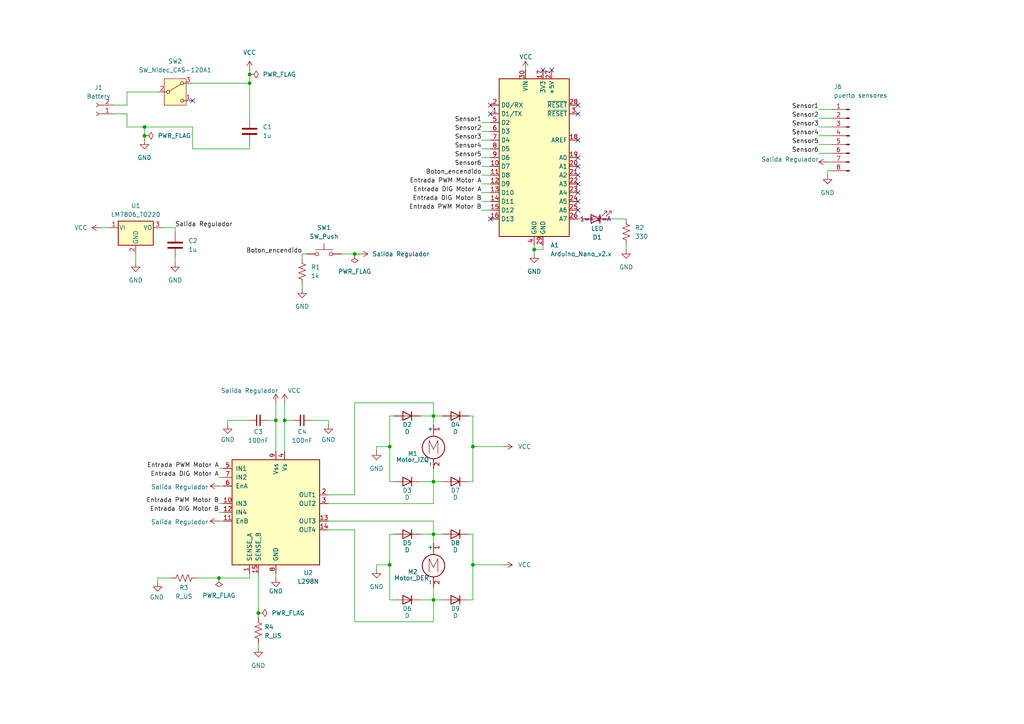
<source format=kicad_sch>
(kicad_sch (version 20250114) (generator "eeschema") (generator_version "9.0")
  (paper "A4")
  (lib_symbols
    (symbol "Connector:Conn_01x02_Socket" (pin_names (offset 1.016) (hide yes))
      (property "Reference" "J" (at 0 2.54 0))
      (property "Value" "Conn_01x02_Socket" (at 0 -5.08 0))
      (symbol "Conn_01x02_Socket_1_1"
        (polyline (pts (xy -1.27 0) (xy -0.508 0)) (stroke (width 0.1524)))
        (polyline (pts (xy -1.27 -2.54) (xy -0.508 -2.54)) (stroke (width 0.1524)))
        (arc (start 0 -0.508) (mid -0.5058 0) (end 0 0.508) (stroke (width 0.1524)))
        (arc (start 0 -3.048) (mid -0.5058 -2.54) (end 0 -2.032) (stroke (width 0.1524)))
        (pin passive line (at -5.08 0 0) (length 3.81) (name "Pin_1") (number "1"))
        (pin passive line (at -5.08 -2.54 0) (length 3.81) (name "Pin_2") (number "2"))
      )
    )
    (symbol "Connector:Conn_01x08_Pin" (pin_names (offset 1.016) (hide yes))
      (property "Reference" "J" (at 0 10.16 0))
      (property "Value" "Conn_01x08_Pin" (at 0 -12.7 0))
      (symbol "Conn_01x08_Pin_1_1"
        (rectangle (start 0.8636 7.747) (end 0 7.493) (stroke (width 0.1524)) (fill (type outline)))
        (rectangle (start 0.8636 5.207) (end 0 4.953) (stroke (width 0.1524)) (fill (type outline)))
        (rectangle (start 0.8636 2.667) (end 0 2.413) (stroke (width 0.1524)) (fill (type outline)))
        (rectangle (start 0.8636 0.127) (end 0 -0.127) (stroke (width 0.1524)) (fill (type outline)))
        (rectangle (start 0.8636 -2.413) (end 0 -2.667) (stroke (width 0.1524)) (fill (type outline)))
        (rectangle (start 0.8636 -4.953) (end 0 -5.207) (stroke (width 0.1524)) (fill (type outline)))
        (rectangle (start 0.8636 -7.493) (end 0 -7.747) (stroke (width 0.1524)) (fill (type outline)))
        (rectangle (start 0.8636 -10.033) (end 0 -10.287) (stroke (width 0.1524)) (fill (type outline)))
        (polyline (pts (xy 1.27 7.62) (xy 0.8636 7.62)) (stroke (width 0.1524)))
        (polyline (pts (xy 1.27 5.08) (xy 0.8636 5.08)) (stroke (width 0.1524)))
        (polyline (pts (xy 1.27 2.54) (xy 0.8636 2.54)) (stroke (width 0.1524)))
        (polyline (pts (xy 1.27 0) (xy 0.8636 0)) (stroke (width 0.1524)))
        (polyline (pts (xy 1.27 -2.54) (xy 0.8636 -2.54)) (stroke (width 0.1524)))
        (polyline (pts (xy 1.27 -5.08) (xy 0.8636 -5.08)) (stroke (width 0.1524)))
        (polyline (pts (xy 1.27 -7.62) (xy 0.8636 -7.62)) (stroke (width 0.1524)))
        (polyline (pts (xy 1.27 -10.16) (xy 0.8636 -10.16)) (stroke (width 0.1524)))
        (pin passive line (at 5.08 7.62 180) (length 3.81) (name "Pin_1") (number "1"))
        (pin passive line (at 5.08 5.08 180) (length 3.81) (name "Pin_2") (number "2"))
        (pin passive line (at 5.08 2.54 180) (length 3.81) (name "Pin_3") (number "3"))
        (pin passive line (at 5.08 0 180) (length 3.81) (name "Pin_4") (number "4"))
        (pin passive line (at 5.08 -2.54 180) (length 3.81) (name "Pin_5") (number "5"))
        (pin passive line (at 5.08 -5.08 180) (length 3.81) (name "Pin_6") (number "6"))
        (pin passive line (at 5.08 -7.62 180) (length 3.81) (name "Pin_7") (number "7"))
        (pin passive line (at 5.08 -10.16 180) (length 3.81) (name "Pin_8") (number "8"))
      )
    )
    (symbol "Device:C" (pin_numbers (hide yes)) (pin_names (offset 0.254))
      (property "Reference" "C" (at 0.635 2.54 0))
      (property "Value" "C" (at 0.635 -2.54 0))
      (symbol "C_0_1"
        (polyline (pts (xy -2.032 0.762) (xy 2.032 0.762)) (stroke (width 0.508)))
        (polyline (pts (xy -2.032 -0.762) (xy 2.032 -0.762)) (stroke (width 0.508)))
      )
      (symbol "C_1_1"
        (pin passive line (at 0 3.81 270) (length 2.794) (name "~") (number "1"))
        (pin passive line (at 0 -3.81 90) (length 2.794) (name "~") (number "2"))
      )
    )
    (symbol "Device:C_Small" (pin_numbers (hide yes)) (pin_names (offset 0.254) (hide yes))
      (property "Reference" "C" (at 0.254 1.778 0))
      (property "Value" "C_Small" (at 0.254 -2.032 0))
      (symbol "C_Small_0_1"
        (polyline (pts (xy -1.524 0.508) (xy 1.524 0.508)) (stroke (width 0.3048)))
        (polyline (pts (xy -1.524 -0.508) (xy 1.524 -0.508)) (stroke (width 0.3302)))
      )
      (symbol "C_Small_1_1"
        (pin passive line (at 0 2.54 270) (length 2.032) (name "~") (number "1"))
        (pin passive line (at 0 -2.54 90) (length 2.032) (name "~") (number "2"))
      )
    )
    (symbol "Device:D" (pin_numbers (hide yes)) (pin_names (offset 1.016) (hide yes))
      (property "Reference" "D" (at 0 2.54 0))
      (property "Value" "D" (at 0 -2.54 0))
      (symbol "D_0_1"
        (polyline (pts (xy -1.27 1.27) (xy -1.27 -1.27)) (stroke (width 0.254)))
        (polyline (pts (xy 1.27 1.27) (xy 1.27 -1.27) (xy -1.27 0) (xy 1.27 1.27)) (stroke (width 0.254)))
        (polyline (pts (xy 1.27 0) (xy -1.27 0)))
      )
      (symbol "D_1_1"
        (pin passive line (at -3.81 0 0) (length 2.54) (name "K") (number "1"))
        (pin passive line (at 3.81 0 180) (length 2.54) (name "A") (number "2"))
      )
    )
    (symbol "Device:LED" (pin_numbers (hide yes)) (pin_names (offset 1.016) (hide yes))
      (property "Reference" "D" (at 0 2.54 0))
      (property "Value" "LED" (at 0 -2.54 0))
      (symbol "LED_0_1"
        (polyline (pts (xy -3.048 -0.762) (xy -4.572 -2.286) (xy -3.81 -2.286) (xy -4.572 -2.286) (xy -4.572 -1.524)))
        (polyline (pts (xy -1.778 -0.762) (xy -3.302 -2.286) (xy -2.54 -2.286) (xy -3.302 -2.286) (xy -3.302 -1.524)))
        (polyline (pts (xy -1.27 0) (xy 1.27 0)))
        (polyline (pts (xy -1.27 -1.27) (xy -1.27 1.27)) (stroke (width 0.254)))
        (polyline (pts (xy 1.27 -1.27) (xy 1.27 1.27) (xy -1.27 0) (xy 1.27 -1.27)) (stroke (width 0.254)))
      )
      (symbol "LED_1_1"
        (pin passive line (at -3.81 0 0) (length 2.54) (name "K") (number "1"))
        (pin passive line (at 3.81 0 180) (length 2.54) (name "A") (number "2"))
      )
    )
    (symbol "Device:R_US" (pin_numbers (hide yes)) (pin_names (offset 0))
      (property "Reference" "R" (at 2.54 0 90))
      (property "Value" "R_US" (at -2.54 0 90))
      (symbol "R_US_0_1"
        (polyline (pts (xy 0 2.286) (xy 0 2.54)))
        (polyline (pts (xy 0 2.286) (xy 1.016 1.905) (xy 0 1.524) (xy -1.016 1.143) (xy 0 0.762)))
        (polyline (pts (xy 0 0.762) (xy 1.016 0.381) (xy 0 0) (xy -1.016 -0.381) (xy 0 -0.762)))
        (polyline (pts (xy 0 -0.762) (xy 1.016 -1.143) (xy 0 -1.524) (xy -1.016 -1.905) (xy 0 -2.286)))
        (polyline (pts (xy 0 -2.286) (xy 0 -2.54)))
      )
      (symbol "R_US_1_1"
        (pin passive line (at 0 3.81 270) (length 1.27) (name "~") (number "1"))
        (pin passive line (at 0 -3.81 90) (length 1.27) (name "~") (number "2"))
      )
    )
    (symbol "Driver_Motor:L298N" (pin_names (offset 1.016))
      (property "Reference" "U" (at -10.16 16.51 0))
      (property "Value" "L298N" (at 12.7 16.51 0))
      (symbol "L298N_0_1"
        (rectangle (start -12.7 15.24) (end 12.7 -15.24) (stroke (width 0.254)) (fill (type background)))
      )
      (symbol "L298N_1_1"
        (pin input line (at -15.24 12.7 0) (length 2.54) (name "IN1") (number "5"))
        (pin input line (at -15.24 10.16 0) (length 2.54) (name "IN2") (number "7"))
        (pin input line (at -15.24 7.62 0) (length 2.54) (name "EnA") (number "6"))
        (pin input line (at -15.24 2.54 0) (length 2.54) (name "IN3") (number "10"))
        (pin input line (at -15.24 0 0) (length 2.54) (name "IN4") (number "12"))
        (pin input line (at -15.24 -2.54 0) (length 2.54) (name "EnB") (number "11"))
        (pin power_in line (at -7.62 -17.78 90) (length 2.54) (name "SENSE_A") (number "1"))
        (pin power_in line (at -5.08 -17.78 90) (length 2.54) (name "SENSE_B") (number "15"))
        (pin power_in line (at 0 17.78 270) (length 2.54) (name "Vss") (number "9"))
        (pin power_in line (at 0 -17.78 90) (length 2.54) (name "GND") (number "8"))
        (pin power_in line (at 2.54 17.78 270) (length 2.54) (name "Vs") (number "4"))
        (pin output line (at 15.24 5.08 180) (length 2.54) (name "OUT1") (number "2"))
        (pin output line (at 15.24 2.54 180) (length 2.54) (name "OUT2") (number "3"))
        (pin output line (at 15.24 -2.54 180) (length 2.54) (name "OUT3") (number "13"))
        (pin output line (at 15.24 -5.08 180) (length 2.54) (name "OUT4") (number "14"))
      )
    )
    (symbol "MCU_Module:Arduino_Nano_v2.x"
      (property "Reference" "A" (at -10.16 23.495 0))
      (property "Value" "Arduino_Nano_v2.x" (at 5.08 -24.13 0))
      (symbol "Arduino_Nano_v2.x_0_1"
        (rectangle (start -10.16 22.86) (end 10.16 -22.86) (stroke (width 0.254)) (fill (type background)))
      )
      (symbol "Arduino_Nano_v2.x_1_1"
        (pin bidirectional line (at -12.7 15.24 0) (length 2.54) (name "D0/RX") (number "2"))
        (pin bidirectional line (at -12.7 12.7 0) (length 2.54) (name "D1/TX") (number "1"))
        (pin bidirectional line (at -12.7 10.16 0) (length 2.54) (name "D2") (number "5"))
        (pin bidirectional line (at -12.7 7.62 0) (length 2.54) (name "D3") (number "6"))
        (pin bidirectional line (at -12.7 5.08 0) (length 2.54) (name "D4") (number "7"))
        (pin bidirectional line (at -12.7 2.54 0) (length 2.54) (name "D5") (number "8"))
        (pin bidirectional line (at -12.7 0 0) (length 2.54) (name "D6") (number "9"))
        (pin bidirectional line (at -12.7 -2.54 0) (length 2.54) (name "D7") (number "10"))
        (pin bidirectional line (at -12.7 -5.08 0) (length 2.54) (name "D8") (number "11"))
        (pin bidirectional line (at -12.7 -7.62 0) (length 2.54) (name "D9") (number "12"))
        (pin bidirectional line (at -12.7 -10.16 0) (length 2.54) (name "D10") (number "13"))
        (pin bidirectional line (at -12.7 -12.7 0) (length 2.54) (name "D11") (number "14"))
        (pin bidirectional line (at -12.7 -15.24 0) (length 2.54) (name "D12") (number "15"))
        (pin bidirectional line (at -12.7 -17.78 0) (length 2.54) (name "D13") (number "16"))
        (pin power_in line (at -2.54 25.4 270) (length 2.54) (name "VIN") (number "30"))
        (pin power_in line (at 0 -25.4 90) (length 2.54) (name "GND") (number "4"))
        (pin power_out line (at 2.54 25.4 270) (length 2.54) (name "3V3") (number "17"))
        (pin power_in line (at 2.54 -25.4 90) (length 2.54) (name "GND") (number "29"))
        (pin power_out line (at 5.08 25.4 270) (length 2.54) (name "+5V") (number "27"))
        (pin input line (at 12.7 15.24 180) (length 2.54) (name "~{RESET}") (number "28"))
        (pin input line (at 12.7 12.7 180) (length 2.54) (name "~{RESET}") (number "3"))
        (pin input line (at 12.7 5.08 180) (length 2.54) (name "AREF") (number "18"))
        (pin bidirectional line (at 12.7 0 180) (length 2.54) (name "A0") (number "19"))
        (pin bidirectional line (at 12.7 -2.54 180) (length 2.54) (name "A1") (number "20"))
        (pin bidirectional line (at 12.7 -5.08 180) (length 2.54) (name "A2") (number "21"))
        (pin bidirectional line (at 12.7 -7.62 180) (length 2.54) (name "A3") (number "22"))
        (pin bidirectional line (at 12.7 -10.16 180) (length 2.54) (name "A4") (number "23"))
        (pin bidirectional line (at 12.7 -12.7 180) (length 2.54) (name "A5") (number "24"))
        (pin bidirectional line (at 12.7 -15.24 180) (length 2.54) (name "A6") (number "25"))
        (pin bidirectional line (at 12.7 -17.78 180) (length 2.54) (name "A7") (number "26"))
      )
    )
    (symbol "Motor:Motor_DC" (pin_names (offset 0))
      (property "Reference" "M" (at 2.54 2.54 0))
      (property "Value" "Motor_DC" (at 2.54 -5.08 0))
      (symbol "Motor_DC_0_0"
        (polyline (pts (xy -1.27 -3.302) (xy -1.27 0.508) (xy 0 -2.032) (xy 1.27 0.508) (xy 1.27 -3.302)))
      )
      (symbol "Motor_DC_0_1"
        (polyline (pts (xy 0 2.032) (xy 0 2.54)))
        (polyline (pts (xy 0 1.7272) (xy 0 2.0828)))
        (circle (center 0 -1.524) (radius 3.2512) (stroke (width 0.254)))
        (polyline (pts (xy 0 -4.7752) (xy 0 -5.1816)))
        (polyline (pts (xy 0 -7.62) (xy 0 -7.112)))
      )
      (symbol "Motor_DC_1_1"
        (pin passive line (at 0 5.08 270) (length 2.54) (name "+") (number "1"))
        (pin passive line (at 0 -7.62 90) (length 2.54) (name "-") (number "2"))
      )
    )
    (symbol "Regulator_Linear:LM7806_TO220" (pin_names (offset 0.254))
      (property "Reference" "U" (at -3.81 3.175 0))
      (property "Value" "LM7806_TO220" (at 0 3.175 0))
      (symbol "LM7806_TO220_0_1"
        (rectangle (start -5.08 1.905) (end 5.08 -5.08) (stroke (width 0.254)) (fill (type background)))
      )
      (symbol "LM7806_TO220_1_1"
        (pin power_in line (at -7.62 0 0) (length 2.54) (name "VI") (number "1"))
        (pin power_in line (at 0 -7.62 90) (length 2.54) (name "GND") (number "2"))
        (pin power_out line (at 7.62 0 180) (length 2.54) (name "VO") (number "3"))
      )
    )
    (symbol "Switch:SW_Nidec_CAS-120A1" (pin_names (offset 1) (hide yes))
      (property "Reference" "SW" (at 0 4.318 0))
      (property "Value" "SW_Nidec_CAS-120A1" (at 0 -5.08 0))
      (symbol "SW_Nidec_CAS-120A1_0_1"
        (circle (center -2.032 0) (radius 0.4572))
        (polyline (pts (xy -1.651 0.254) (xy 1.651 2.286)))
        (circle (center 2.032 2.54) (radius 0.4572))
        (circle (center 2.032 -2.54) (radius 0.4572))
      )
      (symbol "SW_Nidec_CAS-120A1_1_1"
        (rectangle (start -3.175 3.81) (end 3.175 -3.81) (fill (type background)))
        (pin passive line (at -5.08 0 0) (length 2.54) (name "B") (number "2"))
        (pin passive line (at 5.08 2.54 180) (length 2.54) (name "A") (number "3"))
        (pin passive line (at 5.08 -2.54 180) (length 2.54) (name "C") (number "1"))
      )
    )
    (symbol "Switch:SW_Push" (pin_numbers (hide yes)) (pin_names (offset 1.016) (hide yes))
      (property "Reference" "SW" (at 1.27 2.54 0))
      (property "Value" "SW_Push" (at 0 -1.524 0))
      (symbol "SW_Push_0_1"
        (circle (center -2.032 0) (radius 0.508))
        (polyline (pts (xy 0 1.27) (xy 0 3.048)))
        (circle (center 2.032 0) (radius 0.508))
        (polyline (pts (xy 2.54 1.27) (xy -2.54 1.27)))
        (pin passive line (at -5.08 0 0) (length 2.54) (name "1") (number "1"))
        (pin passive line (at 5.08 0 180) (length 2.54) (name "2") (number "2"))
      )
    )
    (symbol "power:+5V" (power) (pin_numbers (hide yes)) (pin_names (offset 0) (hide yes))
      (property "Value" "+5V" (at 0 3.556 0))
      (symbol "+5V_0_1"
        (polyline (pts (xy -0.762 1.27) (xy 0 2.54)))
        (polyline (pts (xy 0 2.54) (xy 0.762 1.27)))
        (polyline (pts (xy 0 0) (xy 0 2.54)))
      )
      (symbol "+5V_1_1"
        (pin power_in line (at 0 0 90) (length 0) (name "~") (number "1"))
      )
    )
    (symbol "power:GND" (power) (pin_numbers (hide yes)) (pin_names (offset 0) (hide yes))
      (property "Value" "GND" (at 0 -3.81 0))
      (symbol "GND_0_1"
        (polyline (pts (xy 0 0) (xy 0 -1.27) (xy 1.27 -1.27) (xy 0 -2.54) (xy -1.27 -1.27) (xy 0 -1.27)))
      )
      (symbol "GND_1_1"
        (pin power_in line (at 0 0 270) (length 0) (name "~") (number "1"))
      )
    )
    (symbol "power:GNDS" (power) (pin_numbers (hide yes)) (pin_names (offset 0) (hide yes))
      (property "Value" "GNDS" (at 0 -3.81 0))
      (symbol "GNDS_0_1"
        (polyline (pts (xy 0 0) (xy 0 -1.27) (xy 1.27 -1.27) (xy 0 -2.54) (xy -1.27 -1.27) (xy 0 -1.27)))
      )
      (symbol "GNDS_1_1"
        (pin power_in line (at 0 0 270) (length 0) (name "~") (number "1"))
      )
    )
    (symbol "power:PWR_FLAG" (power) (pin_numbers (hide yes)) (pin_names (offset 0) (hide yes))
      (property "Value" "PWR_FLAG" (at 0 3.81 0))
      (symbol "PWR_FLAG_0_0"
        (pin power_out line (at 0 0 90) (length 0) (name "~") (number "1"))
      )
      (symbol "PWR_FLAG_0_1"
        (polyline (pts (xy 0 0) (xy 0 1.27) (xy -1.016 1.905) (xy 0 2.54) (xy 1.016 1.905) (xy 0 1.27)))
      )
    )
    (symbol "power:VCC" (power) (pin_numbers (hide yes)) (pin_names (offset 0) (hide yes))
      (property "Value" "VCC" (at 0 3.556 0))
      (symbol "VCC_0_1"
        (polyline (pts (xy -0.762 1.27) (xy 0 2.54)))
        (polyline (pts (xy 0 2.54) (xy 0.762 1.27)))
        (polyline (pts (xy 0 0) (xy 0 2.54)))
      )
      (symbol "VCC_1_1"
        (pin power_in line (at 0 0 90) (length 0) (name "~") (number "1"))
      )
    )
  )
  (junction (at 125.73 173.99))
  (junction (at 82.55 121.92))
  (junction (at 125.73 154.94))
  (junction (at 137.16 163.83))
  (junction (at 125.73 139.7))
  (junction (at 41.91 36.83))
  (junction (at 72.39 24.13))
  (junction (at 72.39 21.59))
  (junction (at 80.01 121.92))
  (junction (at 113.03 163.83))
  (junction (at 137.16 129.54))
  (junction (at 63.5 167.64))
  (junction (at 113.03 129.54))
  (junction (at 74.93 177.8))
  (junction (at 154.94 72.39))
  (junction (at 102.87 73.66))
  (junction (at 125.73 120.65))
  (junction (at 41.91 39.37))
  (no_connect (at 160.02 20.32))
  (no_connect (at 167.64 40.64))
  (no_connect (at 167.64 58.42))
  (no_connect (at 142.24 30.48))
  (no_connect (at 167.64 48.26))
  (no_connect (at 167.64 33.02))
  (no_connect (at 142.24 33.02))
  (no_connect (at 157.48 20.32))
  (no_connect (at 167.64 30.48))
  (no_connect (at 167.64 53.34))
  (no_connect (at 167.64 60.96))
  (no_connect (at 55.88 29.21))
  (no_connect (at 167.64 55.88))
  (no_connect (at 142.24 63.5))
  (no_connect (at 167.64 50.8))
  (no_connect (at 167.64 45.72))
  (wire (pts (xy 45.72 167.64) (xy 45.72 168.91)))
  (wire (pts (xy 29.21 66.04) (xy 31.75 66.04)))
  (wire (pts (xy 137.16 129.54) (xy 137.16 139.7)))
  (wire (pts (xy 109.22 129.54) (xy 113.03 129.54)))
  (wire (pts (xy 46.99 66.04) (xy 50.8 66.04)))
  (wire (pts (xy 41.91 36.83) (xy 36.83 36.83)))
  (wire (pts (xy 41.91 36.83) (xy 55.88 36.83)))
  (wire (pts (xy 237.49 44.45) (xy 241.3 44.45)))
  (wire (pts (xy 139.7 43.18) (xy 142.24 43.18)))
  (wire (pts (xy 90.17 121.92) (xy 95.25 121.92)))
  (wire (pts (xy 125.73 154.94) (xy 125.73 151.13)))
  (wire (pts (xy 113.03 129.54) (xy 113.03 139.7)))
  (wire (pts (xy 125.73 146.05) (xy 125.73 139.7)))
  (wire (pts (xy 102.87 153.67) (xy 102.87 180.34)))
  (wire (pts (xy 36.83 36.83) (xy 36.83 33.02)))
  (wire (pts (xy 139.7 38.1) (xy 142.24 38.1)))
  (wire (pts (xy 237.49 34.29) (xy 241.3 34.29)))
  (wire (pts (xy 139.7 48.26) (xy 142.24 48.26)))
  (wire (pts (xy 121.92 120.65) (xy 125.73 120.65)))
  (wire (pts (xy 113.03 154.94) (xy 113.03 163.83)))
  (wire (pts (xy 72.39 166.37) (xy 72.39 167.64)))
  (wire (pts (xy 72.39 24.13) (xy 72.39 34.29)))
  (wire (pts (xy 125.73 157.48) (xy 125.73 154.94)))
  (wire (pts (xy 55.88 43.18) (xy 55.88 36.83)))
  (wire (pts (xy 128.27 154.94) (xy 125.73 154.94)))
  (wire (pts (xy 240.03 49.53) (xy 241.3 49.53)))
  (wire (pts (xy 237.49 31.75) (xy 241.3 31.75)))
  (wire (pts (xy 125.73 170.18) (xy 125.73 173.99)))
  (wire (pts (xy 109.22 163.83) (xy 113.03 163.83)))
  (wire (pts (xy 63.5 135.89) (xy 64.77 135.89)))
  (wire (pts (xy 139.7 50.8) (xy 142.24 50.8)))
  (wire (pts (xy 80.01 167.64) (xy 80.01 166.37)))
  (wire (pts (xy 63.5 167.64) (xy 72.39 167.64)))
  (wire (pts (xy 63.5 146.05) (xy 64.77 146.05)))
  (wire (pts (xy 135.89 173.99) (xy 137.16 173.99)))
  (wire (pts (xy 63.5 138.43) (xy 64.77 138.43)))
  (wire (pts (xy 125.73 139.7) (xy 121.92 139.7)))
  (wire (pts (xy 95.25 146.05) (xy 125.73 146.05)))
  (wire (pts (xy 66.04 121.92) (xy 66.04 123.19)))
  (wire (pts (xy 49.53 167.64) (xy 45.72 167.64)))
  (wire (pts (xy 137.16 129.54) (xy 146.05 129.54)))
  (wire (pts (xy 237.49 39.37) (xy 241.3 39.37)))
  (wire (pts (xy 113.03 120.65) (xy 114.3 120.65)))
  (wire (pts (xy 63.5 167.64) (xy 57.15 167.64)))
  (wire (pts (xy 168.91 63.5) (xy 167.64 63.5)))
  (wire (pts (xy 63.5 151.13) (xy 64.77 151.13)))
  (wire (pts (xy 39.37 76.2) (xy 39.37 73.66)))
  (wire (pts (xy 72.39 20.32) (xy 72.39 21.59)))
  (wire (pts (xy 125.73 173.99) (xy 125.73 180.34)))
  (wire (pts (xy 128.27 173.99) (xy 125.73 173.99)))
  (wire (pts (xy 82.55 116.84) (xy 82.55 121.92)))
  (wire (pts (xy 80.01 121.92) (xy 80.01 116.84)))
  (wire (pts (xy 181.61 71.12) (xy 181.61 72.39)))
  (wire (pts (xy 41.91 39.37) (xy 41.91 36.83)))
  (wire (pts (xy 240.03 49.53) (xy 240.03 50.8)))
  (wire (pts (xy 142.24 60.96) (xy 139.7 60.96)))
  (wire (pts (xy 114.3 139.7) (xy 113.03 139.7)))
  (wire (pts (xy 137.16 163.83) (xy 146.05 163.83)))
  (wire (pts (xy 80.01 121.92) (xy 77.47 121.92)))
  (wire (pts (xy 109.22 130.81) (xy 109.22 129.54)))
  (wire (pts (xy 102.87 116.84) (xy 102.87 143.51)))
  (wire (pts (xy 176.53 63.5) (xy 181.61 63.5)))
  (wire (pts (xy 142.24 58.42) (xy 139.7 58.42)))
  (wire (pts (xy 80.01 121.92) (xy 80.01 130.81)))
  (wire (pts (xy 137.16 120.65) (xy 137.16 129.54)))
  (wire (pts (xy 95.25 143.51) (xy 102.87 143.51)))
  (wire (pts (xy 137.16 163.83) (xy 137.16 173.99)))
  (wire (pts (xy 109.22 165.1) (xy 109.22 163.83)))
  (wire (pts (xy 157.48 71.12) (xy 157.48 72.39)))
  (wire (pts (xy 125.73 123.19) (xy 125.73 120.65)))
  (wire (pts (xy 121.92 154.94) (xy 125.73 154.94)))
  (wire (pts (xy 72.39 43.18) (xy 55.88 43.18)))
  (wire (pts (xy 154.94 72.39) (xy 154.94 73.66)))
  (wire (pts (xy 113.03 120.65) (xy 113.03 129.54)))
  (wire (pts (xy 128.27 120.65) (xy 125.73 120.65)))
  (wire (pts (xy 241.3 46.99) (xy 240.03 46.99)))
  (wire (pts (xy 36.83 33.02) (xy 33.02 33.02)))
  (wire (pts (xy 154.94 72.39) (xy 154.94 71.12)))
  (wire (pts (xy 55.88 24.13) (xy 72.39 24.13)))
  (wire (pts (xy 95.25 121.92) (xy 95.25 123.19)))
  (wire (pts (xy 157.48 72.39) (xy 154.94 72.39)))
  (wire (pts (xy 36.83 30.48) (xy 33.02 30.48)))
  (wire (pts (xy 74.93 166.37) (xy 74.93 177.8)))
  (wire (pts (xy 74.93 187.96) (xy 74.93 186.69)))
  (wire (pts (xy 63.5 140.97) (xy 64.77 140.97)))
  (wire (pts (xy 135.89 139.7) (xy 137.16 139.7)))
  (wire (pts (xy 113.03 163.83) (xy 113.03 173.99)))
  (wire (pts (xy 36.83 26.67) (xy 45.72 26.67)))
  (wire (pts (xy 114.3 173.99) (xy 113.03 173.99)))
  (wire (pts (xy 139.7 35.56) (xy 142.24 35.56)))
  (wire (pts (xy 125.73 173.99) (xy 121.92 173.99)))
  (wire (pts (xy 88.9 73.66) (xy 87.63 73.66)))
  (wire (pts (xy 82.55 121.92) (xy 85.09 121.92)))
  (wire (pts (xy 82.55 121.92) (xy 82.55 130.81)))
  (wire (pts (xy 237.49 41.91) (xy 241.3 41.91)))
  (wire (pts (xy 95.25 153.67) (xy 102.87 153.67)))
  (wire (pts (xy 139.7 53.34) (xy 142.24 53.34)))
  (wire (pts (xy 74.93 179.07) (xy 74.93 177.8)))
  (wire (pts (xy 125.73 116.84) (xy 102.87 116.84)))
  (wire (pts (xy 72.39 121.92) (xy 66.04 121.92)))
  (wire (pts (xy 104.14 73.66) (xy 102.87 73.66)))
  (wire (pts (xy 137.16 154.94) (xy 135.89 154.94)))
  (wire (pts (xy 137.16 120.65) (xy 135.89 120.65)))
  (wire (pts (xy 102.87 73.66) (xy 99.06 73.66)))
  (wire (pts (xy 87.63 82.55) (xy 87.63 83.82)))
  (wire (pts (xy 50.8 66.04) (xy 50.8 67.31)))
  (wire (pts (xy 139.7 45.72) (xy 142.24 45.72)))
  (wire (pts (xy 237.49 36.83) (xy 241.3 36.83)))
  (wire (pts (xy 113.03 154.94) (xy 114.3 154.94)))
  (wire (pts (xy 50.8 74.93) (xy 50.8 76.2)))
  (wire (pts (xy 36.83 30.48) (xy 36.83 26.67)))
  (wire (pts (xy 128.27 139.7) (xy 125.73 139.7)))
  (wire (pts (xy 137.16 154.94) (xy 137.16 163.83)))
  (wire (pts (xy 64.77 148.59) (xy 63.5 148.59)))
  (wire (pts (xy 72.39 41.91) (xy 72.39 43.18)))
  (wire (pts (xy 41.91 40.64) (xy 41.91 39.37)))
  (wire (pts (xy 102.87 180.34) (xy 125.73 180.34)))
  (wire (pts (xy 125.73 135.89) (xy 125.73 139.7)))
  (wire (pts (xy 87.63 73.66) (xy 87.63 74.93)))
  (wire (pts (xy 125.73 120.65) (xy 125.73 116.84)))
  (wire (pts (xy 139.7 55.88) (xy 142.24 55.88)))
  (wire (pts (xy 95.25 151.13) (xy 125.73 151.13)))
  (wire (pts (xy 72.39 21.59) (xy 72.39 24.13)))
  (wire (pts (xy 139.7 40.64) (xy 142.24 40.64)))
  (label "Sensor1" (at 139.7 35.56 180))
  (label "Entrada DIG Motor A" (at 139.7 55.88 180))
  (label "Entrada PWM Motor B" (at 139.7 60.96 180))
  (label "Entrada DIG Motor B" (at 63.5 148.59 180))
  (label "Sensor3" (at 237.49 36.83 180))
  (label "Entrada PWM Motor A" (at 63.5 135.89 180))
  (label "Sensor3" (at 139.7 40.64 180))
  (label "Sensor2" (at 237.49 34.29 180))
  (label "Boton_encendido" (at 87.63 73.66 180))
  (label "Entrada DIG Motor A" (at 63.5 138.43 180))
  (label "Sensor1" (at 237.49 31.75 180))
  (label "Boton_encendido" (at 139.7 50.8 180))
  (label "Sensor6" (at 237.49 44.45 180))
  (label "Entrada PWM Motor B" (at 63.5 146.05 180))
  (label "Sensor2" (at 139.7 38.1 180))
  (label "Sensor4" (at 139.7 43.18 180))
  (label "Entrada PWM Motor A" (at 139.7 53.34 180))
  (label "Sensor5" (at 139.7 45.72 180))
  (label "Sensor5" (at 237.49 41.91 180))
  (label "Entrada DIG Motor B" (at 139.7 58.42 180))
  (label "Salida Regulador" (at 50.8 66.04 0))
  (label "Sensor4" (at 237.49 39.37 180))
  (label "Sensor6" (at 139.7 48.26 180))
  (symbol (lib_id "power:+5V") (at 82.55 116.84 0) (unit 1)
    (property "Reference" "#PWR022" (effects (hide yes)))
    (property "Value" "VCC" (at 85.344 113.284 0))
    (property "Description" "Power symbol creates a global label with name \"+5V\"" (effects (hide yes)))
  )
  (symbol (lib_id "Device:C_Small") (at 74.93 121.92 90) (unit 1)
    (property "Reference" "C3" (at 74.93 125.222 90))
    (property "Value" "100nF" (at 74.93 127.762 90))
    (property "Footprint" "Capacitor_THT:C_Disc_D7.0mm_W2.5mm_P5.00mm" (effects (hide yes)))
    (property "Description" "Unpolarized capacitor, small symbol" (effects (hide yes)))
  )
  (symbol (lib_id "power:VCC") (at 29.21 66.04 90) (unit 1)
    (property "Reference" "#PWR03" (effects (hide yes)))
    (property "Value" "VCC" (at 25.4 66.0399 90) (effects (justify left)))
    (property "Description" "Power symbol creates a global label with name \"VCC\"" (effects (hide yes)))
  )
  (symbol (lib_id "Device:R_US") (at 53.34 167.64 270) (unit 1)
    (property "Reference" "R3" (at 53.34 170.434 90))
    (property "Value" "R_US" (at 53.34 172.974 90))
    (property "Footprint" "Resistor_SMD:R_0805_2012Metric_Pad1.20x1.40mm_HandSolder" (effects (hide yes)))
    (property "Description" "Resistor, US symbol" (effects (hide yes)))
  )
  (symbol (lib_id "power:+5V") (at 63.5 140.97 90) (unit 1)
    (property "Reference" "#PWR016" (effects (hide yes)))
    (property "Value" "Salida Regulador" (at 60.452 141.224 90) (effects (justify left)))
    (property "Description" "Power symbol creates a global label with name \"+5V\"" (effects (hide yes)))
  )
  (symbol (lib_id "Device:C_Small") (at 87.63 121.92 270) (mirror x) (unit 1)
    (property "Reference" "C4" (at 87.6172 125.222 90))
    (property "Value" "100nF" (at 87.6172 127.762 90))
    (property "Footprint" "Capacitor_THT:C_Disc_D7.0mm_W2.5mm_P5.00mm" (effects (hide yes)))
    (property "Description" "Unpolarized capacitor, small symbol" (effects (hide yes)))
  )
  (symbol (lib_id "Device:C") (at 50.8 71.12 0) (unit 1)
    (property "Reference" "C2" (at 54.61 69.8499 0) (effects (justify left)))
    (property "Value" "1u" (at 54.61 72.3899 0) (effects (justify left)))
    (property "Footprint" "Capacitor_THT:C_Disc_D7.0mm_W2.5mm_P5.00mm" (effects (hide yes)))
    (property "Description" "Unpolarized capacitor" (effects (hide yes)))
  )
  (symbol (lib_id "power:GND") (at 109.22 130.81 0) (mirror y) (unit 1)
    (property "Reference" "#PWR024" (effects (hide yes)))
    (property "Value" "GND" (at 109.22 135.89 0))
    (property "Description" "Power symbol creates a global label with name \"GND\" , ground" (effects (hide yes)))
  )
  (symbol (lib_id "power:GNDS") (at 45.72 168.91 0) (unit 1)
    (property "Reference" "#PWR015" (effects (hide yes)))
    (property "Value" "GND" (at 45.466 173.228 0))
    (property "Description" "Power symbol creates a global label with name \"GNDS\" , signal ground" (effects (hide yes)))
  )
  (symbol (lib_id "Device:D") (at 132.08 139.7 0) (mirror y) (unit 1)
    (property "Reference" "D7" (at 132.08 142.24 0))
    (property "Value" "D" (at 132.08 144.272 0))
    (property "Footprint" "Diode_THT:D_DO-41_SOD81_P7.62mm_Horizontal" (effects (hide yes)))
    (property "Description" "Diode" (effects (hide yes)))
    (property "Sim.Device" "D" (effects (hide yes)))
    (property "Sim.Pins" "1=K 2=A" (effects (hide yes)))
  )
  (symbol (lib_id "power:PWR_FLAG") (at 72.39 21.59 270) (unit 1)
    (property "Reference" "#FLG02" (effects (hide yes)))
    (property "Value" "PWR_FLAG" (at 76.2 21.5899 90) (effects (justify left)))
    (property "Description" "Special symbol for telling ERC where power comes from" (effects (hide yes)))
  )
  (symbol (lib_id "power:GND") (at 87.63 83.82 0) (unit 1)
    (property "Reference" "#PWR08" (effects (hide yes)))
    (property "Value" "GND" (at 87.63 88.9 0))
    (property "Description" "Power symbol creates a global label with name \"GND\" , ground" (effects (hide yes)))
  )
  (symbol (lib_id "power:GND") (at 50.8 76.2 0) (unit 1)
    (property "Reference" "#PWR05" (effects (hide yes)))
    (property "Value" "GND" (at 50.8 81.28 0))
    (property "Description" "Power symbol creates a global label with name \"GND\" , ground" (effects (hide yes)))
  )
  (symbol (lib_id "power:GND") (at 154.94 73.66 0) (unit 1)
    (property "Reference" "#PWR07" (effects (hide yes)))
    (property "Value" "GND" (at 154.94 78.74 0))
    (property "Description" "Power symbol creates a global label with name \"GND\" , ground" (effects (hide yes)))
  )
  (symbol (lib_id "power:PWR_FLAG") (at 41.91 39.37 270) (unit 1)
    (property "Reference" "#FLG01" (effects (hide yes)))
    (property "Value" "PWR_FLAG" (at 45.72 39.3699 90) (effects (justify left)))
    (property "Description" "Special symbol for telling ERC where power comes from" (effects (hide yes)))
  )
  (symbol (lib_id "Device:D") (at 118.11 154.94 0) (mirror y) (unit 1)
    (property "Reference" "D5" (at 118.11 157.48 0))
    (property "Value" "D" (at 118.11 159.512 0))
    (property "Footprint" "Diode_THT:D_DO-41_SOD81_P7.62mm_Horizontal" (effects (hide yes)))
    (property "Description" "Diode" (effects (hide yes)))
    (property "Sim.Device" "D" (effects (hide yes)))
    (property "Sim.Pins" "1=K 2=A" (effects (hide yes)))
  )
  (symbol (lib_id "Device:D") (at 132.08 154.94 0) (mirror y) (unit 1)
    (property "Reference" "D8" (at 132.08 157.48 0))
    (property "Value" "D" (at 132.08 159.512 0))
    (property "Footprint" "Diode_THT:D_DO-41_SOD81_P7.62mm_Horizontal" (effects (hide yes)))
    (property "Description" "Diode" (effects (hide yes)))
    (property "Sim.Device" "D" (effects (hide yes)))
    (property "Sim.Pins" "1=K 2=A" (effects (hide yes)))
  )
  (symbol (lib_id "power:VCC") (at 240.03 46.99 90) (unit 1)
    (property "Reference" "#PWR012" (effects (hide yes)))
    (property "Value" "Salida Regulador" (at 229.108 46.228 90))
    (property "Description" "Power symbol creates a global label with name \"VCC\"" (effects (hide yes)))
  )
  (symbol (lib_id "Switch:SW_Push") (at 93.98 73.66 0) (mirror y) (unit 1)
    (property "Reference" "SW1" (at 93.98 66.04 0))
    (property "Value" "SW_Push" (at 93.98 68.58 0))
    (property "Footprint" "Button_Switch_THT:SW_PUSH_6mm" (effects (hide yes)))
    (property "Description" "Push button switch, generic, two pins" (effects (hide yes)))
  )
  (symbol (lib_id "power:+5V") (at 146.05 129.54 270) (unit 1)
    (property "Reference" "#PWR026" (effects (hide yes)))
    (property "Value" "VCC" (at 152.146 129.54 90))
    (property "Description" "Power symbol creates a global label with name \"+5V\"" (effects (hide yes)))
  )
  (symbol (lib_id "Device:LED") (at 172.72 63.5 180) (unit 1)
    (property "Reference" "D1" (at 173.228 68.834 0))
    (property "Value" "LED" (at 173.228 66.294 0))
    (property "Footprint" "LED_THT:LED_D5.0mm" (effects (hide yes)))
    (property "Description" "Light emitting diode" (effects (hide yes)))
    (property "Sim.Pins" "1=K 2=A" (at 172.72 63.5 0))
  )
  (symbol (lib_id "power:GNDS") (at 74.93 187.96 0) (unit 1)
    (property "Reference" "#PWR019" (effects (hide yes)))
    (property "Value" "GND" (at 74.93 193.04 0))
    (property "Description" "Power symbol creates a global label with name \"GNDS\" , signal ground" (effects (hide yes)))
  )
  (symbol (lib_id "power:GND") (at 39.37 76.2 0) (unit 1)
    (property "Reference" "#PWR04" (effects (hide yes)))
    (property "Value" "GND" (at 39.37 81.28 0))
    (property "Description" "Power symbol creates a global label with name \"GND\" , ground" (effects (hide yes)))
  )
  (symbol (lib_id "Device:D") (at 132.08 173.99 0) (mirror y) (unit 1)
    (property "Reference" "D9" (at 132.08 176.53 0))
    (property "Value" "D" (at 132.08 178.562 0))
    (property "Footprint" "Diode_THT:D_DO-41_SOD81_P7.62mm_Horizontal" (effects (hide yes)))
    (property "Description" "Diode" (effects (hide yes)))
    (property "Sim.Device" "D" (effects (hide yes)))
    (property "Sim.Pins" "1=K 2=A" (effects (hide yes)))
  )
  (symbol (lib_id "Device:D") (at 132.08 120.65 0) (mirror y) (unit 1)
    (property "Reference" "D4" (at 132.08 123.19 0))
    (property "Value" "D" (at 132.08 125.222 0))
    (property "Footprint" "Diode_THT:D_DO-41_SOD81_P7.62mm_Horizontal" (effects (hide yes)))
    (property "Description" "Diode" (effects (hide yes)))
    (property "Sim.Device" "D" (effects (hide yes)))
    (property "Sim.Pins" "1=K 2=A" (effects (hide yes)))
  )
  (symbol (lib_id "power:VCC") (at 152.4 20.32 0) (unit 1)
    (property "Reference" "#PWR014" (effects (hide yes)))
    (property "Value" "VCC" (at 150.622 16.51 0) (effects (justify left)))
    (property "Description" "Power symbol creates a global label with name \"VCC\"" (effects (hide yes)))
  )
  (symbol (lib_id "power:GND") (at 66.04 123.19 0) (unit 1)
    (property "Reference" "#PWR018" (effects (hide yes)))
    (property "Value" "GND" (at 66.04 127.508 0))
    (property "Description" "Power symbol creates a global label with name \"GND\" , ground" (effects (hide yes)))
  )
  (symbol (lib_id "power:GND") (at 41.91 40.64 0) (unit 1)
    (property "Reference" "#PWR02" (effects (hide yes)))
    (property "Value" "GND" (at 41.91 45.72 0))
    (property "Description" "Power symbol creates a global label with name \"GND\" , ground" (effects (hide yes)))
  )
  (symbol (lib_id "power:+5V") (at 104.14 73.66 270) (unit 1)
    (property "Reference" "#PWR011" (effects (hide yes)))
    (property "Value" "Salida Regulador" (at 107.95 73.6599 90) (effects (justify left)))
    (property "Description" "Power symbol creates a global label with name \"+5V\"" (effects (hide yes)))
  )
  (symbol (lib_id "Device:D") (at 118.11 139.7 0) (mirror y) (unit 1)
    (property "Reference" "D3" (at 118.11 142.24 0))
    (property "Value" "D" (at 118.11 144.272 0))
    (property "Footprint" "Diode_THT:D_DO-41_SOD81_P7.62mm_Horizontal" (effects (hide yes)))
    (property "Description" "Diode" (effects (hide yes)))
    (property "Sim.Device" "D" (effects (hide yes)))
    (property "Sim.Pins" "1=K 2=A" (effects (hide yes)))
  )
  (symbol (lib_id "power:+5V") (at 63.5 151.13 90) (unit 1)
    (property "Reference" "#PWR017" (effects (hide yes)))
    (property "Value" "Salida Regulador" (at 60.452 151.384 90) (effects (justify left)))
    (property "Description" "Power symbol creates a global label with name \"+5V\"" (effects (hide yes)))
  )
  (symbol (lib_id "MCU_Module:Arduino_Nano_v2.x") (at 154.94 45.72 0) (unit 1)
    (property "Reference" "A1" (at 159.6233 71.12 0) (effects (justify left)))
    (property "Value" "Arduino_Nano_v2.x" (at 159.6233 73.66 0) (effects (justify left)))
    (property "Footprint" "Module:Arduino_Nano" (effects (hide yes)))
    (property "Datasheet" "https://www.arduino.cc/en/uploads/Main/ArduinoNanoManual23.pdf" (effects (hide yes)))
    (property "Description" "Arduino Nano v2.x" (effects (hide yes)))
  )
  (symbol (lib_id "power:GND") (at 109.22 165.1 0) (mirror y) (unit 1)
    (property "Reference" "#PWR025" (effects (hide yes)))
    (property "Value" "GND" (at 109.22 170.18 0))
    (property "Description" "Power symbol creates a global label with name \"GND\" , ground" (effects (hide yes)))
  )
  (symbol (lib_id "Device:D") (at 118.11 120.65 0) (mirror y) (unit 1)
    (property "Reference" "D2" (at 118.11 123.19 0))
    (property "Value" "D" (at 118.11 125.222 0))
    (property "Footprint" "Diode_THT:D_DO-41_SOD81_P7.62mm_Horizontal" (effects (hide yes)))
    (property "Description" "Diode" (effects (hide yes)))
    (property "Sim.Device" "D" (effects (hide yes)))
    (property "Sim.Pins" "1=K 2=A" (effects (hide yes)))
  )
  (symbol (lib_id "power:+5V") (at 146.05 163.83 270) (unit 1)
    (property "Reference" "#PWR027" (effects (hide yes)))
    (property "Value" "VCC" (at 152.146 163.83 90))
    (property "Description" "Power symbol creates a global label with name \"+5V\"" (effects (hide yes)))
  )
  (symbol (lib_id "Connector:Conn_01x08_Pin") (at 246.38 39.37 0) (mirror y) (unit 1)
    (property "Reference" "J6" (at 241.808 25.146 0) (effects (justify right)))
    (property "Value" "puerto sensores" (at 241.808 27.686 0) (effects (justify right)))
    (property "Footprint" "Connector_PinHeader_2.54mm:PinHeader_1x08_P2.54mm_Horizontal" (effects (hide yes)))
    (property "Description" "Generic connector, single row, 01x08, script generated" (effects (hide yes)))
  )
  (symbol (lib_id "Device:R_US") (at 181.61 67.31 0) (unit 1)
    (property "Reference" "R2" (at 184.15 66.0399 0) (effects (justify left)))
    (property "Value" "330" (at 184.15 68.5799 0) (effects (justify left)))
    (property "Footprint" "Resistor_SMD:R_1206_3216Metric_Pad1.30x1.75mm_HandSolder" (effects (hide yes)))
    (property "Description" "Resistor, US symbol" (effects (hide yes)))
  )
  (symbol (lib_id "Driver_Motor:L298N") (at 80.01 148.59 0) (unit 1)
    (property "Reference" "U2" (at 89.408 166.116 0))
    (property "Value" "L298N" (at 89.408 168.656 0))
    (property "Footprint" "Package_TO_SOT_THT:TO-220-15_P2.54x5.08mm_StaggerOdd_Lead4.58mm_Vertical" (effects (hide yes)))
    (property "Datasheet" "http://www.st.com/st-web-ui/static/active/en/resource/technical/document/datasheet/CD00000240.pdf" (effects (hide yes)))
    (property "Description" "Dual full bridge motor driver, up to 46V, 4A, Multiwatt15-V" (effects (hide yes)))
  )
  (symbol (lib_id "power:PWR_FLAG") (at 102.87 73.66 180) (unit 1)
    (property "Reference" "#FLG03" (effects (hide yes)))
    (property "Value" "PWR_FLAG" (at 102.87 78.74 0))
    (property "Description" "Special symbol for telling ERC where power comes from" (effects (hide yes)))
  )
  (symbol (lib_id "power:GND") (at 181.61 72.39 0) (unit 1)
    (property "Reference" "#PWR06" (effects (hide yes)))
    (property "Value" "GND" (at 181.61 77.47 0))
    (property "Description" "Power symbol creates a global label with name \"GND\" , ground" (effects (hide yes)))
  )
  (symbol (lib_id "Connector:Conn_01x02_Socket") (at 27.94 33.02 180) (unit 1)
    (property "Reference" "J1" (at 28.575 25.4 0))
    (property "Value" "Battery" (at 28.575 27.94 0))
    (property "Footprint" "Connector_Molex:Molex_KK-254_AE-6410-02A_1x02_P2.54mm_Vertical" (effects (hide yes)))
    (property "Description" "Generic connector, single row, 01x02, script generated" (effects (hide yes)))
  )
  (symbol (lib_id "power:GND") (at 80.01 167.64 0) (unit 1)
    (property "Reference" "#PWR021" (effects (hide yes)))
    (property "Value" "GND" (at 80.01 171.45 0))
    (property "Description" "Power symbol creates a global label with name \"GND\" , ground" (effects (hide yes)))
  )
  (symbol (lib_id "power:+5V") (at 80.01 116.84 0) (unit 1)
    (property "Reference" "#PWR020" (effects (hide yes)))
    (property "Value" "Salida Regulador" (at 72.39 113.284 0))
    (property "Description" "Power symbol creates a global label with name \"+5V\"" (effects (hide yes)))
  )
  (symbol (lib_id "Device:D") (at 118.11 173.99 0) (mirror y) (unit 1)
    (property "Reference" "D6" (at 118.11 176.53 0))
    (property "Value" "D" (at 118.11 178.562 0))
    (property "Footprint" "Diode_THT:D_DO-41_SOD81_P7.62mm_Horizontal" (effects (hide yes)))
    (property "Description" "Diode" (effects (hide yes)))
    (property "Sim.Device" "D" (effects (hide yes)))
    (property "Sim.Pins" "1=K 2=A" (effects (hide yes)))
  )
  (symbol (lib_id "power:PWR_FLAG") (at 63.5 167.64 180) (unit 1)
    (property "Reference" "#FLG04" (effects (hide yes)))
    (property "Value" "PWR_FLAG" (at 63.5 172.72 0))
    (property "Description" "Special symbol for telling ERC where power comes from" (effects (hide yes)))
  )
  (symbol (lib_id "power:GND") (at 240.03 50.8 0) (unit 1)
    (property "Reference" "#PWR09" (effects (hide yes)))
    (property "Value" "GND" (at 240.03 55.88 0))
    (property "Description" "Power symbol creates a global label with name \"GND\" , ground" (effects (hide yes)))
  )
  (symbol (lib_id "Regulator_Linear:LM7806_TO220") (at 39.37 66.04 0) (unit 1)
    (property "Reference" "U1" (at 39.37 59.69 0))
    (property "Value" "LM7806_TO220" (at 39.37 62.23 0))
    (property "Footprint" "Package_TO_SOT_THT:TO-220-3_Vertical" (effects (hide yes)))
    (property "Datasheet" "https://www.onsemi.cn/PowerSolutions/document/MC7800-D.PDF" (effects (hide yes)))
    (property "Description" "Positive 1A 35V Linear Regulator, Fixed Output 6V, TO-220" (effects (hide yes)))
  )
  (symbol (lib_id "power:GND") (at 95.25 123.19 0) (mirror y) (unit 1)
    (property "Reference" "#PWR023" (effects (hide yes)))
    (property "Value" "GND" (at 95.25 127.508 0))
    (property "Description" "Power symbol creates a global label with name \"GND\" , ground" (effects (hide yes)))
  )
  (symbol (lib_id "Device:R_US") (at 87.63 78.74 0) (unit 1)
    (property "Reference" "R1" (at 90.17 77.4699 0) (effects (justify left)))
    (property "Value" "1k" (at 90.17 80.0099 0) (effects (justify left)))
    (property "Footprint" "Resistor_THT:R_Axial_DIN0411_L9.9mm_D3.6mm_P12.70mm_Horizontal" (effects (hide yes)))
    (property "Description" "Resistor, US symbol" (effects (hide yes)))
  )
  (symbol (lib_id "power:VCC") (at 72.39 20.32 0) (unit 1)
    (property "Reference" "#PWR01" (effects (hide yes)))
    (property "Value" "VCC" (at 72.39 15.24 0))
    (property "Description" "Power symbol creates a global label with name \"VCC\"" (effects (hide yes)))
  )
  (symbol (lib_id "Device:C") (at 72.39 38.1 0) (unit 1)
    (property "Reference" "C1" (at 76.2 36.8299 0) (effects (justify left)))
    (property "Value" "1u" (at 76.2 39.3699 0) (effects (justify left)))
    (property "Footprint" "Capacitor_THT:C_Disc_D7.0mm_W2.5mm_P5.00mm" (effects (hide yes)))
    (property "Description" "Unpolarized capacitor" (effects (hide yes)))
  )
  (symbol (lib_id "Device:R_US") (at 74.93 182.88 180) (unit 1)
    (property "Reference" "R4" (at 76.708 181.864 0) (effects (justify right)))
    (property "Value" "R_US" (at 76.708 184.404 0) (effects (justify right)))
    (property "Footprint" "Resistor_SMD:R_0805_2012Metric_Pad1.20x1.40mm_HandSolder" (effects (hide yes)))
    (property "Description" "Resistor, US symbol" (effects (hide yes)))
  )
  (symbol (lib_id "Switch:SW_Nidec_CAS-120A1") (at 50.8 26.67 0) (unit 1)
    (property "Reference" "SW2" (at 50.8 17.78 0))
    (property "Value" "SW_Nidec_CAS-120A1" (at 50.8 20.32 0))
    (property "Footprint" "Converter_DCDC:Converter_DCDC_TRACO_TSR2-xxxx_THT" (effects (hide yes)))
    (property "Datasheet" "https://www.nidec-components.com/e/catalog/switch/cas.pdf" (effects (hide yes)))
    (property "Description" "Switch, single pole double throw" (effects (hide yes)))
  )
  (symbol (lib_id "power:PWR_FLAG") (at 74.93 177.8 270) (unit 1)
    (property "Reference" "#FLG05" (effects (hide yes)))
    (property "Value" "PWR_FLAG" (at 78.74 177.7999 90) (effects (justify left)))
    (property "Description" "Special symbol for telling ERC where power comes from" (effects (hide yes)))
  )
  (symbol (lib_id "Motor:Motor_DC") (at 125.73 128.27 0) (mirror y) (unit 1)
    (property "Reference" "M1" (at 121.158 131.572 0) (effects (justify left)))
    (property "Value" "Motor_IZQ" (at 124.46 133.35 0) (effects (justify left)))
    (property "Footprint" "Resistor_THT:R_Axial_DIN0207_L6.3mm_D2.5mm_P2.54mm_Vertical" (effects (hide yes)))
    (property "Description" "DC Motor" (effects (hide yes)))
  )
  (symbol (lib_id "Motor:Motor_DC") (at 125.73 162.56 0) (mirror y) (unit 1)
    (property "Reference" "M2" (at 121.158 165.862 0) (effects (justify left)))
    (property "Value" "Motor_DER" (at 124.46 167.64 0) (effects (justify left)))
    (property "Footprint" "Resistor_THT:R_Axial_DIN0207_L6.3mm_D2.5mm_P2.54mm_Vertical" (effects (hide yes)))
    (property "Description" "DC Motor" (effects (hide yes)))
  )
)
</source>
